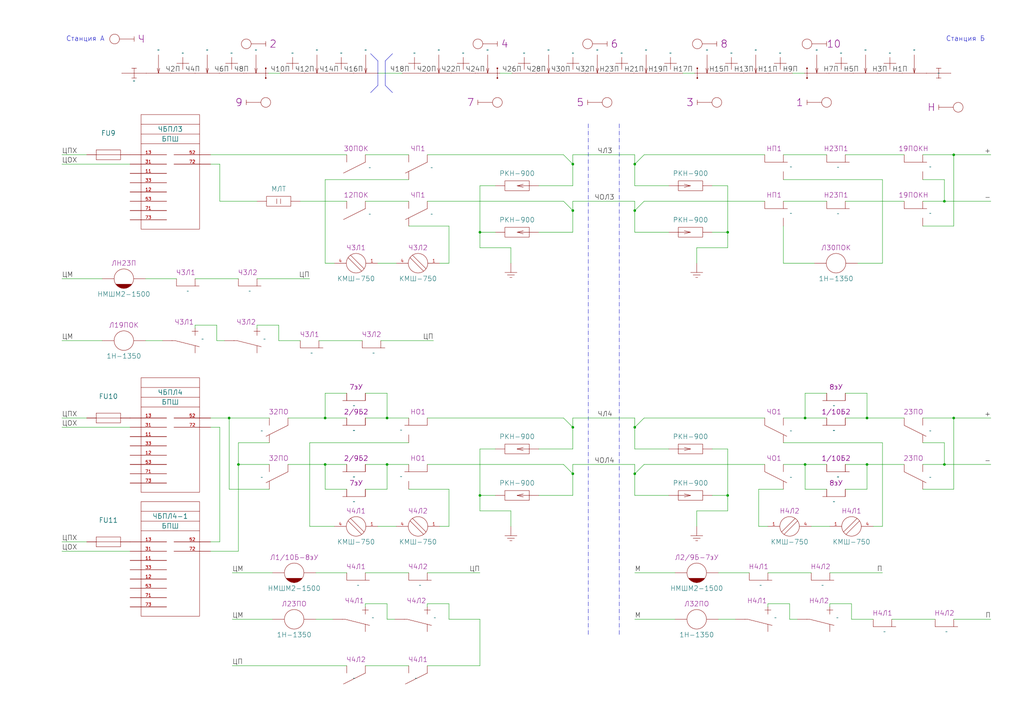
<source format=kicad_sch>
(kicad_sch (version 20231120) (generator "eeschema") (generator_version "8.0")
  (paper "A3")
  (title_block (title "Станция А") (company "МКТ РУТ (МИИТ)") (comment 1 "КП 27.02.03.03.000 ГЧ") (comment 2 "Сафранович") (comment 3 "Бузунова") (comment 9 "Схема линейных цепей"))
  (junction (at 133.35 171.45))
  (junction (at 93.98 171.45))
  (junction (at 260.35 86.36))
  (junction (at 298.45 95.25))
  (junction (at 196.85 95.25))
  (junction (at 196.85 203.2))
  (junction (at 234.95 194.31))
  (junction (at 260.35 175.26))
  (junction (at 355.6 190.5))
  (junction (at 391.16 171.45))
  (junction (at 260.35 67.31))
  (junction (at 133.35 190.5))
  (junction (at 260.35 194.31))
  (junction (at 355.6 171.45))
  (junction (at 234.95 175.26))
  (junction (at 234.95 86.36))
  (junction (at 391.16 63.5))
  (junction (at 330.2 171.45))
  (junction (at 298.45 203.2))
  (junction (at 330.2 190.5))
  (junction (at 97.79 190.5))
  (junction (at 387.35 190.5))
  (junction (at 158.75 190.5))
  (junction (at 234.95 67.31))
  (junction (at 158.75 171.45))
  (junction (at 387.35 82.55))
  (wire (pts (xy 298.45 184.15) (xy 298.45 203.2)))
  (wire (pts (xy 231.14 82.55) (xy 234.95 86.36)))
  (wire (pts (xy 387.35 82.55) (xy 387.35 73.66)))
  (wire (pts (xy 130.81 139.7) (xy 148.59 139.7)))
  (wire (pts (xy 327.025 254) (xy 323.85 254)))
  (wire (pts (xy 93.98 171.45) (xy 93.98 200.66)))
  (wire (pts (xy 149.86 161.29) (xy 158.75 161.29)))
  (wire (pts (xy 349.25 254) (xy 358.14 254)))
  (wire (pts (xy 196.85 184.15) (xy 203.2 184.15)))
  (wire (pts (xy 105.41 114.3) (xy 127 114.3)))
  (wire (pts (xy 323.85 254) (xy 323.85 247.65)))
  (wire (pts (xy 161.925 254) (xy 158.75 254)))
  (wire (pts (xy 370.84 171.45) (xy 355.6 171.45)))
  (wire (pts (xy 339.09 82.55) (xy 321.31 82.55)))
  (wire (pts (xy 340.36 234.95) (xy 361.95 234.95)))
  (wire (pts (xy 133.35 200.66) (xy 133.35 190.5)))
  (wire (pts (xy 158.75 200.66) (xy 158.75 190.5)))
  (wire (pts (xy 264.16 190.5) (xy 260.35 194.31)))
  (wire (pts (xy 59.69 114.3) (xy 72.39 114.3)))
  (wire (pts (xy 311.15 215.9) (xy 314.96 215.9)))
  (polyline (pts (xy 158 35) (xy 161 38)))
  (wire (pts (xy 260.35 194.31) (xy 260.35 203.2)))
  (wire (pts (xy 59.69 139.7) (xy 66.675 139.7)))
  (wire (pts (xy 133.35 171.45) (xy 142.24 171.45)))
  (wire (pts (xy 313.69 82.55) (xy 264.16 82.55)))
  (wire (pts (xy 158.75 190.5) (xy 167.64 190.5)))
  (wire (pts (xy 340.36 247.65) (xy 349.25 247.65)))
  (wire (pts (xy 321.31 107.95) (xy 334.01 107.95)))
  (wire (pts (xy 387.35 190.5) (xy 406.4 190.5)))
  (wire (pts (xy 298.45 203.2) (xy 292.1 203.2)))
  (wire (pts (xy 149.86 82.55) (xy 167.64 82.55)))
  (wire (pts (xy 234.95 67.31) (xy 234.95 63.5)))
  (wire (pts (xy 260.35 190.5) (xy 260.35 194.31)))
  (wire (pts (xy 97.79 190.5) (xy 110.49 190.5)))
  (wire (pts (xy 387.35 181.61) (xy 378.46 181.61)))
  (wire (pts (xy 313.69 190.5) (xy 264.16 190.5)))
  (wire (pts (xy 355.6 161.29) (xy 355.6 171.45)))
  (wire (pts (xy 325 30) (xy 330 30)))
  (wire (pts (xy 339.09 63.5) (xy 321.31 63.5)))
  (wire (pts (xy 80.01 133.35) (xy 80.01 134.62)))
  (wire (pts (xy 387.35 82.55) (xy 378.46 82.55)))
  (wire (pts (xy 196.85 184.15) (xy 196.85 203.2)))
  (wire (pts (xy 298.45 95.25) (xy 292.1 95.25)))
  (wire (pts (xy 184.15 107.95) (xy 180.34 107.95)))
  (wire (pts (xy 175.26 234.95) (xy 196.85 234.95)))
  (wire (pts (xy 355.6 200.66) (xy 355.6 190.5)))
  (wire (pts (xy 231.14 190.5) (xy 234.95 194.31)))
  (wire (pts (xy 391.16 200.66) (xy 378.46 200.66)))
  (wire (pts (xy 133.35 171.45) (xy 133.35 161.29)))
  (wire (pts (xy 294.64 234.95) (xy 307.34 234.95)))
  (wire (pts (xy 86.36 63.5) (xy 142.24 63.5)))
  (wire (pts (xy 196.85 203.2) (xy 196.85 209.55)))
  (wire (pts (xy 158.75 247.65) (xy 149.86 247.65)))
  (wire (pts (xy 260.35 254) (xy 276.86 254)))
  (wire (pts (xy 365.76 254) (xy 383.54 254)))
  (wire (pts (xy 264.16 82.55) (xy 260.35 86.36)))
  (wire (pts (xy 175.26 171.45) (xy 231.14 171.45)))
  (wire (pts (xy 391.16 254) (xy 406.4 254)))
  (wire (pts (xy 95.25 254) (xy 111.76 254)))
  (wire (pts (xy 387.35 73.66) (xy 378.46 73.66)))
  (wire (pts (xy 339.09 200.66) (xy 330.2 200.66)))
  (wire (pts (xy 220.98 95.25) (xy 234.95 95.25)))
  (wire (pts (xy 298.45 76.2) (xy 292.1 76.2)))
  (wire (pts (xy 231.14 63.5) (xy 234.95 67.31)))
  (wire (pts (xy 234.95 67.31) (xy 234.95 76.2)))
  (wire (pts (xy 184.15 215.9) (xy 180.34 215.9)))
  (wire (pts (xy 391.16 171.45) (xy 406.4 171.45)))
  (wire (pts (xy 88.9 139.7) (xy 88.9 133.35)))
  (wire (pts (xy 321.31 92.71) (xy 321.31 107.95)))
  (wire (pts (xy 86.36 171.45) (xy 93.98 171.45)))
  (wire (pts (xy 361.95 215.9) (xy 361.95 181.61)))
  (wire (pts (xy 149.86 63.5) (xy 167.64 63.5)))
  (wire (pts (xy 97.79 190.5) (xy 97.79 181.61)))
  (wire (pts (xy 387.35 190.5) (xy 387.35 181.61)))
  (wire (pts (xy 313.69 63.5) (xy 264.16 63.5)))
  (wire (pts (xy 25.4 171.45) (xy 35.56 171.45)))
  (wire (pts (xy 92.075 139.7) (xy 88.9 139.7)))
  (wire (pts (xy 313.69 171.45) (xy 264.16 171.45)))
  (wire (pts (xy 25.4 67.31) (xy 53.34 67.31)))
  (wire (pts (xy 298.45 101.6) (xy 285.75 101.6)))
  (wire (pts (xy 391.16 63.5) (xy 378.46 63.5)))
  (polyline (pts (xy 241.3 50.8) (xy 241.3 260.35)) (stroke (width 0) (type dash_dot)))
  (wire (pts (xy 391.16 63.5) (xy 406.4 63.5)))
  (wire (pts (xy 231.14 171.45) (xy 234.95 175.26)))
  (wire (pts (xy 156.21 139.7) (xy 177.8 139.7)))
  (wire (pts (xy 196.85 101.6) (xy 209.55 101.6)))
  (wire (pts (xy 274.32 203.2) (xy 260.35 203.2)))
  (wire (pts (xy 260.35 234.95) (xy 276.86 234.95)))
  (wire (pts (xy 90.17 67.31) (xy 90.17 82.55)))
  (wire (pts (xy 162.56 215.9) (xy 154.94 215.9)))
  (wire (pts (xy 346.71 200.66) (xy 355.6 200.66)))
  (wire (pts (xy 370.84 63.5) (xy 346.71 63.5)))
  (wire (pts (xy 234.95 171.45) (xy 260.35 171.45)))
  (wire (pts (xy 25.4 114.3) (xy 41.91 114.3)))
  (wire (pts (xy 361.95 107.95) (xy 361.95 73.66)))
  (wire (pts (xy 95.25 273.05) (xy 142.24 273.05)))
  (wire (pts (xy 285.75 209.55) (xy 285.75 215.9)))
  (polyline (pts (xy 152 38) (xy 155 35)))
  (wire (pts (xy 90.17 82.55) (xy 105.41 82.55)))
  (wire (pts (xy 175.26 63.5) (xy 231.14 63.5)))
  (wire (pts (xy 25.4 175.26) (xy 53.34 175.26)))
  (wire (pts (xy 234.95 86.36) (xy 234.95 95.25)))
  (wire (pts (xy 175.26 273.05) (xy 196.85 273.05)))
  (wire (pts (xy 260.35 67.31) (xy 260.35 76.2)))
  (wire (pts (xy 260.35 82.55) (xy 260.35 86.36)))
  (wire (pts (xy 175.26 190.5) (xy 231.14 190.5)))
  (wire (pts (xy 339.09 190.5) (xy 330.2 190.5)))
  (wire (pts (xy 114.3 139.7) (xy 123.19 139.7)))
  (wire (pts (xy 220.98 184.15) (xy 234.95 184.15)))
  (wire (pts (xy 220.98 76.2) (xy 234.95 76.2)))
  (wire (pts (xy 355.6 190.5) (xy 346.71 190.5)))
  (wire (pts (xy 234.95 86.36) (xy 234.95 82.55)))
  (wire (pts (xy 196.85 76.2) (xy 196.85 95.25)))
  (wire (pts (xy 321.31 200.66) (xy 311.15 200.66)))
  (wire (pts (xy 105.41 134.62) (xy 105.41 133.35)))
  (wire (pts (xy 391.16 171.45) (xy 391.16 200.66)))
  (wire (pts (xy 155 30) (xy 165 30)))
  (polyline (pts (xy 155 25) (xy 155 35)))
  (wire (pts (xy 95.25 234.95) (xy 111.76 234.95)))
  (wire (pts (xy 167.64 92.71) (xy 184.15 92.71)))
  (wire (pts (xy 149.86 273.05) (xy 167.64 273.05)))
  (wire (pts (xy 391.16 171.45) (xy 378.46 171.45)))
  (wire (pts (xy 330.2 171.45) (xy 339.09 171.45)))
  (wire (pts (xy 86.36 226.06) (xy 97.79 226.06)))
  (wire (pts (xy 298.45 76.2) (xy 298.45 95.25)))
  (wire (pts (xy 234.95 194.31) (xy 234.95 190.5)))
  (wire (pts (xy 298.45 184.15) (xy 292.1 184.15)))
  (wire (pts (xy 340.36 248.92) (xy 340.36 247.65)))
  (wire (pts (xy 314.96 234.95) (xy 332.74 234.95)))
  (wire (pts (xy 361.95 181.61) (xy 321.31 181.61)))
  (polyline (pts (xy 161 22) (xy 158 25)))
  (wire (pts (xy 149.86 190.5) (xy 158.75 190.5)))
  (wire (pts (xy 370.84 82.55) (xy 346.71 82.55)))
  (wire (pts (xy 93.98 200.66) (xy 110.49 200.66)))
  (wire (pts (xy 175.26 247.65) (xy 184.15 247.65)))
  (wire (pts (xy 25.4 63.5) (xy 35.56 63.5)))
  (wire (pts (xy 260.35 175.26) (xy 260.35 184.15)))
  (wire (pts (xy 274.32 95.25) (xy 260.35 95.25)))
  (wire (pts (xy 361.95 73.66) (xy 321.31 73.66)))
  (wire (pts (xy 90.17 67.31) (xy 86.36 67.31)))
  (wire (pts (xy 80.01 114.3) (xy 97.79 114.3)))
  (wire (pts (xy 137.16 215.9) (xy 127 215.9)))
  (wire (pts (xy 298.45 209.55) (xy 285.75 209.55)))
  (wire (pts (xy 234.95 175.26) (xy 234.95 184.15)))
  (wire (pts (xy 294.64 254) (xy 301.625 254)))
  (wire (pts (xy 196.85 254) (xy 184.15 254)))
  (wire (pts (xy 25.4 139.7) (xy 41.91 139.7)))
  (wire (pts (xy 358.14 215.9) (xy 361.95 215.9)))
  (wire (pts (xy 274.32 184.15) (xy 260.35 184.15)))
  (wire (pts (xy 234.95 63.5) (xy 260.35 63.5)))
  (wire (pts (xy 175.26 248.92) (xy 175.26 247.65)))
  (wire (pts (xy 330.2 171.45) (xy 330.2 161.29)))
  (wire (pts (xy 133.35 73.66) (xy 167.64 73.66)))
  (wire (pts (xy 142.24 200.66) (xy 133.35 200.66)))
  (wire (pts (xy 330.2 190.5) (xy 321.31 190.5)))
  (wire (pts (xy 175.26 82.55) (xy 231.14 82.55)))
  (wire (pts (xy 387.35 190.5) (xy 378.46 190.5)))
  (wire (pts (xy 351.79 107.95) (xy 361.95 107.95)))
  (wire (pts (xy 370.84 190.5) (xy 355.6 190.5)))
  (wire (pts (xy 88.9 133.35) (xy 80.01 133.35)))
  (wire (pts (xy 118.11 171.45) (xy 133.35 171.45)))
  (wire (pts (xy 234.95 194.31) (xy 234.95 203.2)))
  (wire (pts (xy 90.17 222.25) (xy 86.36 222.25)))
  (wire (pts (xy 196.85 203.2) (xy 203.2 203.2)))
  (wire (pts (xy 196.85 95.25) (xy 196.85 101.6)))
  (wire (pts (xy 264.16 171.45) (xy 260.35 175.26)))
  (wire (pts (xy 93.98 171.45) (xy 110.49 171.45)))
  (wire (pts (xy 184.15 200.66) (xy 184.15 215.9)))
  (wire (pts (xy 346.71 171.45) (xy 355.6 171.45)))
  (wire (pts (xy 346.71 161.29) (xy 355.6 161.29)))
  (wire (pts (xy 196.85 209.55) (xy 209.55 209.55)))
  (wire (pts (xy 234.95 171.45) (xy 234.95 175.26)))
  (wire (pts (xy 97.79 226.06) (xy 97.79 190.5)))
  (wire (pts (xy 90.17 175.26) (xy 90.17 222.25)))
  (wire (pts (xy 127 181.61) (xy 167.64 181.61)))
  (wire (pts (xy 133.35 190.5) (xy 142.24 190.5)))
  (wire (pts (xy 209.55 209.55) (xy 209.55 215.9)))
  (polyline (pts (xy 152 22) (xy 155 25)))
  (wire (pts (xy 330.2 161.29) (xy 339.09 161.29)))
  (wire (pts (xy 149.86 234.95) (xy 167.64 234.95)))
  (wire (pts (xy 330.2 200.66) (xy 330.2 190.5)))
  (wire (pts (xy 391.16 92.71) (xy 378.46 92.71)))
  (wire (pts (xy 196.85 95.25) (xy 203.2 95.25)))
  (wire (pts (xy 90.17 175.26) (xy 86.36 175.26)))
  (wire (pts (xy 25.4 226.06) (xy 53.34 226.06)))
  (wire (pts (xy 184.15 247.65) (xy 184.15 254)))
  (polyline (pts (xy 254 50.8) (xy 254 260.35)) (stroke (width 0) (type dash_dot)))
  (wire (pts (xy 25.4 222.25) (xy 35.56 222.25)))
  (wire (pts (xy 349.25 247.65) (xy 349.25 254)))
  (wire (pts (xy 133.35 107.95) (xy 133.35 73.66)))
  (wire (pts (xy 149.86 247.65) (xy 149.86 248.92)))
  (wire (pts (xy 158.75 171.45) (xy 167.64 171.45)))
  (wire (pts (xy 323.85 247.65) (xy 314.96 247.65)))
  (wire (pts (xy 260.35 171.45) (xy 260.35 175.26)))
  (wire (pts (xy 137.16 107.95) (xy 133.35 107.95)))
  (wire (pts (xy 127 215.9) (xy 127 181.61)))
  (wire (pts (xy 285.75 101.6) (xy 285.75 107.95)))
  (wire (pts (xy 158.75 254) (xy 158.75 247.65)))
  (wire (pts (xy 387.35 82.55) (xy 406.4 82.55)))
  (wire (pts (xy 260.35 63.5) (xy 260.35 67.31)))
  (wire (pts (xy 167.64 200.66) (xy 184.15 200.66)))
  (wire (pts (xy 114.3 133.35) (xy 114.3 139.7)))
  (wire (pts (xy 220.98 203.2) (xy 234.95 203.2)))
  (wire (pts (xy 196.85 76.2) (xy 203.2 76.2)))
  (wire (pts (xy 209.55 101.6) (xy 209.55 107.95)))
  (wire (pts (xy 105.41 133.35) (xy 114.3 133.35)))
  (wire (pts (xy 264.16 63.5) (xy 260.35 67.31)))
  (wire (pts (xy 280 30) (xy 285 30)))
  (wire (pts (xy 332.74 215.9) (xy 340.36 215.9)))
  (wire (pts (xy 205 30) (xy 210 30)))
  (wire (pts (xy 118.11 190.5) (xy 133.35 190.5)))
  (wire (pts (xy 129.54 234.95) (xy 142.24 234.95)))
  (wire (pts (xy 298.45 95.25) (xy 298.45 101.6)))
  (wire (pts (xy 149.86 171.45) (xy 158.75 171.45)))
  (wire (pts (xy 298.45 203.2) (xy 298.45 209.55)))
  (wire (pts (xy 234.95 190.5) (xy 260.35 190.5)))
  (wire (pts (xy 274.32 76.2) (xy 260.35 76.2)))
  (wire (pts (xy 196.85 273.05) (xy 196.85 254)))
  (wire (pts (xy 330.2 171.45) (xy 321.31 171.45)))
  (wire (pts (xy 184.15 92.71) (xy 184.15 107.95)))
  (wire (pts (xy 129.54 254) (xy 136.525 254)))
  (wire (pts (xy 162.56 107.95) (xy 154.94 107.95)))
  (wire (pts (xy 123.19 82.55) (xy 142.24 82.55)))
  (wire (pts (xy 311.15 200.66) (xy 311.15 215.9)))
  (wire (pts (xy 260.35 86.36) (xy 260.35 95.25)))
  (wire (pts (xy 234.95 82.55) (xy 260.35 82.55)))
  (wire (pts (xy 97.79 181.61) (xy 110.49 181.61)))
  (wire (pts (xy 133.35 161.29) (xy 142.24 161.29)))
  (polyline (pts (xy 158 25) (xy 158 35)))
  (wire (pts (xy 391.16 63.5) (xy 391.16 92.71)))
  (wire (pts (xy 149.86 200.66) (xy 158.75 200.66)))
  (wire (pts (xy 110 30) (xy 115 30)))
  (wire (pts (xy 158.75 161.29) (xy 158.75 171.45)))
  (wire (pts (xy 314.96 247.65) (xy 314.96 248.92)))
  (text "Станция А" (at 35 16 0) (effects (font (size 2 2))))
  (text "Станция Б" (at 396 16 0) (effects (font (size 2 2))))
  (label "Ч4П" (at 76 30 0) (effects (font (size 2 2))) (property "Netclass" "Рельсы" (effects (hide yes))))
  (label "Ч6П" (at 94 30 180) (effects (font (size 2 2))) (property "Netclass" "Рельсы" (effects (hide yes))))
  (label "М" (at 260.35 234.95 0) (effects (font (size 2 2))) (property "Netclass" "Цепь" (effects (hide yes))))
  (label "П" (at 406.4 254 180) (effects (font (size 2 2))) (property "Netclass" "Цепь" (effects (hide yes))))
  (label "Ч18П" (at 168 30 180) (effects (font (size 2 2))) (property "Netclass" "Рельсы" (effects (hide yes))))
  (label "Ч32П" (at 236 30 0) (effects (font (size 2 2))) (property "Netclass" "Рельсы" (effects (hide yes))))
  (label "ЧОЛ4" (at 243.84 190.5 0) (effects (font (size 2 2))) (property "Netclass" "Цепь" (effects (hide yes))))
  (label "ЦПХ" (at 25.4 63.5 0) (effects (font (size 2 2))) (property "Netclass" "Цепь" (effects (hide yes))))
  (label "Ч24П" (at 191 30 0) (effects (font (size 2 2))) (property "Netclass" "Рельсы" (effects (hide yes))))
  (label "-" (at 406.4 190.5 180) (effects (font (size 2 2))) (property "Netclass" "Цепь" (effects (hide yes))))
  (label "ЦОХ" (at 25.4 226.06 0) (effects (font (size 2 2))) (property "Netclass" "Цепь" (effects (hide yes))))
  (label "Ч14П" (at 139 30 180) (effects (font (size 2 2))) (property "Netclass" "Рельсы" (effects (hide yes))))
  (label "Ч16П" (at 141 30 0) (effects (font (size 2 2))) (property "Netclass" "Рельсы" (effects (hide yes))))
  (label "Ч8П" (at 96 30 0) (effects (font (size 2 2))) (property "Netclass" "Рельсы" (effects (hide yes))))
  (label "ЦП" (at 196.85 234.95 180) (effects (font (size 2 2))) (property "Netclass" "Цепь" (effects (hide yes))))
  (label "ЦП" (at 177.8 139.7 180) (effects (font (size 2 2))) (property "Netclass" "Цепь" (effects (hide yes))))
  (label "Ч26П" (at 214 30 180) (effects (font (size 2 2))) (property "Netclass" "Рельсы" (effects (hide yes))))
  (label "ЦПХ" (at 25.4 222.25 0) (effects (font (size 2 2))) (property "Netclass" "Цепь" (effects (hide yes))))
  (label "Ч20П" (at 171 30 0) (effects (font (size 2 2))) (property "Netclass" "Рельсы" (effects (hide yes))))
  (label "ЦП" (at 127 114.3 180) (effects (font (size 2 2))) (property "Netclass" "Цепь" (effects (hide yes))))
  (label "Н9П" (at 321 30 0) (effects (font (size 2 2))) (property "Netclass" "Рельсы" (effects (hide yes))))
  (label "ЧЛ3" (at 245.11 63.5 0) (effects (font (size 2 2))) (property "Netclass" "Цепь" (effects (hide yes))))
  (label "+" (at 406.4 63.5 180) (effects (font (size 2 2))) (property "Netclass" "Цепь" (effects (hide yes))))
  (label "Ч30П" (at 234 30 180) (effects (font (size 2 2))) (property "Netclass" "Рельсы" (effects (hide yes))))
  (label "ЦМ" (at 25.4 139.7 0) (effects (font (size 2 2))) (property "Netclass" "Цепь" (effects (hide yes))))
  (label "Н19П" (at 274 30 180) (effects (font (size 2 2))) (property "Netclass" "Рельсы" (effects (hide yes))))
  (label "ЧОЛ3" (at 243.84 82.55 0) (effects (font (size 2 2))) (property "Netclass" "Цепь" (effects (hide yes))))
  (label "Н7П" (at 344 30 180) (effects (font (size 2 2))) (property "Netclass" "Рельсы" (effects (hide yes))))
  (label "Ч22П" (at 189 30 180) (effects (font (size 2 2))) (property "Netclass" "Рельсы" (effects (hide yes))))
  (label "ЦМ" (at 25.4 114.3 0) (effects (font (size 2 2))) (property "Netclass" "Цепь" (effects (hide yes))))
  (label "Ч28П" (at 216 30 0) (effects (font (size 2 2))) (property "Netclass" "Рельсы" (effects (hide yes))))
  (label "ЦМ" (at 95.25 254 0) (effects (font (size 2 2))) (property "Netclass" "Цепь" (effects (hide yes))))
  (label "ЦОХ" (at 25.4 175.26 0) (effects (font (size 2 2))) (property "Netclass" "Цепь" (effects (hide yes))))
  (label "ЦП" (at 95.25 273.05 0) (effects (font (size 2 2))) (property "Netclass" "Цепь" (effects (hide yes))))
  (label "Н13П" (at 301 30 0) (effects (font (size 2 2))) (property "Netclass" "Рельсы" (effects (hide yes))))
  (label "Н1П" (at 366 30 0) (effects (font (size 2 2))) (property "Netclass" "Рельсы" (effects (hide yes))))
  (label "+" (at 406.4 171.45 180) (effects (font (size 2 2))) (property "Netclass" "Цепь" (effects (hide yes))))
  (label "ЧЛ4" (at 245.11 171.45 0) (effects (font (size 2 2))) (property "Netclass" "Цепь" (effects (hide yes))))
  (label "Н21П" (at 256 30 0) (effects (font (size 2 2))) (property "Netclass" "Рельсы" (effects (hide yes))))
  (label "Н23П" (at 254 30 180) (effects (font (size 2 2))) (property "Netclass" "Рельсы" (effects (hide yes))))
  (label "П" (at 361.95 234.95 180) (effects (font (size 2 2))) (property "Netclass" "Цепь" (effects (hide yes))))
  (label "-" (at 406.4 82.55 180) (effects (font (size 2 2))) (property "Netclass" "Цепь" (effects (hide yes))))
  (label "Н17П" (at 276 30 0) (effects (font (size 2 2))) (property "Netclass" "Рельсы" (effects (hide yes))))
  (label "ЦМ" (at 95.25 234.95 0) (effects (font (size 2 2))) (property "Netclass" "Цепь" (effects (hide yes))))
  (label "Н3П" (at 364 30 180) (effects (font (size 2 2))) (property "Netclass" "Рельсы" (effects (hide yes))))
  (label "Ч12П" (at 121 30 0) (effects (font (size 2 2))) (property "Netclass" "Рельсы" (effects (hide yes))))
  (label "М" (at 260.35 254 0) (effects (font (size 2 2))) (property "Netclass" "Цепь" (effects (hide yes))))
  (label "Н11П" (at 319 30 180) (effects (font (size 2 2))) (property "Netclass" "Рельсы" (effects (hide yes))))
  (label "Ч10П" (at 119 30 180) (effects (font (size 2 2))) (property "Netclass" "Рельсы" (effects (hide yes))))
  (label "Н5П" (at 346 30 0) (effects (font (size 2 2))) (property "Netclass" "Рельсы" (effects (hide yes))))
  (label "Ч2П" (at 74 30 180) (effects (font (size 2 2))) (property "Netclass" "Рельсы" (effects (hide yes))))
  (label "ЦПХ" (at 25.4 171.45 0) (effects (font (size 2 2))) (property "Netclass" "Цепь" (effects (hide yes))))
  (label "ЦОХ" (at 25.4 67.31 0) (effects (font (size 2 2))) (property "Netclass" "Цепь" (effects (hide yes))))
  (label "Н15П" (at 299 30 180) (effects (font (size 2 2))) (property "Netclass" "Рельсы" (effects (hide yes))))
  (symbol (lib_id "SCB:УКСПС") (at 331 30 0) (unit 1)
    (property "Reference" "УКСПС1311" (effects (hide yes)))
    (property "Литера" "?УКСПС" (effects (hide yes)))
  )
  (symbol (lib_id "SCB:Светофор") (at 204 30 0) (unit 1)
    (property "Reference" "Светофор11211" (effects (hide yes)))
    (property "Литера" "4" (at 207 18 0) (effects (font (size 3 3))))
  )
  (symbol (lib_id "SCB:Генератор_Нитки") (at 130 30 180) (unit 1)
    (property "Reference" "Генератор1111111111" (effects (hide yes)))
    (property "Value" "~" (at 130 20.48 0))
  )
  (symbol (lib_id "SCB_Relay:Контакт_нейтрального_якоря_НЗ") (at 146.05 200.66 0) (mirror y) (unit 3)
    (property "Reference" "Н111211" (effects (hide yes)))
    (property "Value" "~" (at 145.205 205.74 0))
    (property "Обозначение реле" "7зУ" (at 146.05 198.12 0) (effects (font (size 2 2))))
  )
  (symbol (lib_id "Blocks:БПШ") (at 69.85 222.25 0) (unit 1)
    (property "Reference" "ЧБПЛ4-1" (at 69.85 211.73 0) (effects (font (size 2 2))))
    (property "Value" "БПШ" (at 69.85 215.73 0) (effects (font (size 2 2))))
  )
  (symbol (lib_id "SCB_Relay:Контакт_нейтрального_якоря") (at 317.5 171.45 0) (unit 1)
    (property "Reference" "Н1411" (effects (hide yes)))
    (property "Value" "~" (at 323.85 176.7 0) (effects (justify left)))
    (property "Обозначение реле" "ЧО1" (at 317.5 168.91 0) (effects (font (size 2 2))))
  )
  (symbol (lib_id "SCB_Relay:Контакт_нейтрального_якоря") (at 374.65 190.5 0) (unit 1)
    (property "Reference" "Н141111" (effects (hide yes)))
    (property "Value" "~" (at 381 195.75 0) (effects (justify left)))
    (property "Обозначение реле" "23ПО" (at 374.65 187.96 0) (effects (font (size 2 2))))
  )
  (symbol (lib_id "SCB_Relay:Контакт_нейтрального_якоря") (at 114.3 171.45 0) (mirror y) (unit 1)
    (property "Reference" "Н14111" (effects (hide yes)))
    (property "Value" "~" (at 107.95 176.7 0) (effects (justify left)))
    (property "Обозначение реле" "32ПО" (at 114.3 168.91 0) (effects (font (size 2 2))))
  )
  (symbol (lib_id "SCB_Relay:Разрядник") (at 212.09 203.2 0) (unit 1)
    (property "Reference" "FU23" (effects (hide yes)))
    (property "Value" "РКН-900" (at 212.09 198.12 0) (effects (font (size 2.0066 2.0066))))
  )
  (symbol (lib_id "SCB:Светофор") (at 294 30 0) (unit 1)
    (property "Reference" "Светофор112111" (effects (hide yes)))
    (property "Литера" "8" (at 297 18 0) (effects (font (size 3 3))))
  )
  (symbol (lib_id "SCB:Приемник_Нитки") (at 235 30 180) (unit 1)
    (property "Reference" "Приемник11111411" (effects (hide yes)))
    (property "Value" "~" (at 235 21.75 0))
  )
  (symbol (lib_id "SCB_Relay:Контакт_нейтрального_якоря_НЗ") (at 374.65 82.55 0) (unit 1)
    (property "Reference" "Н1117" (effects (hide yes)))
    (property "Value" "~" (at 381 87.48 0) (effects (justify left)))
    (property "Обозначение реле" "19ПОКН" (at 374.65 80.01 0) (effects (font (size 2 2))))
  )
  (symbol (lib_id "SCB:Приемник_Нитки") (at 170 30 180) (unit 1)
    (property "Reference" "Приемник11111211" (effects (hide yes)))
    (property "Value" "~" (at 170 21.75 0))
  )
  (symbol (lib_id "Blocks:БПШ") (at 69.85 63.5 0) (unit 1)
    (property "Reference" "ЧБПЛ3" (at 69.85 52.98 0) (effects (font (size 2 2))))
    (property "Value" "БПШ" (at 69.85 56.98 0) (effects (font (size 2 2))))
  )
  (symbol (lib_id "SCB_Relay:Контакт_нейтрального_якоря_НЗ") (at 146.05 171.45 0) (mirror y) (unit 3)
    (property "Reference" "Н1112" (effects (hide yes)))
    (property "Value" "~" (at 145.205 176.53 0))
    (property "Обозначение реле" "2/9Б2" (at 146.05 168.91 0) (effects (font (size 2 2))))
  )
  (symbol (lib_id "SCB:Генератор_Нитки") (at 335 30 180) (unit 1)
    (property "Reference" "Генератор111111811" (effects (hide yes)))
    (property "Value" "~" (at 335 20.48 0))
  )
  (symbol (lib_id "Device_GOST:R_2W") (at 114.3 82.55 0) (unit 1)
    (property "Reference" "R11" (effects (hide yes)))
    (property "Value" "МЛТ" (at 114.3 77.47 0) (effects (font (size 2.0066 2.0066))))
  )
  (symbol (lib_id "SCB:Приемник_Нитки") (at 140 30 180) (unit 1)
    (property "Reference" "Приемник111111111" (effects (hide yes)))
    (property "Value" "~" (at 140 21.75 0))
  )
  (symbol (lib_id "SCB:Светофор") (at 331 30 180) (unit 1)
    (property "Reference" "Светофор12111" (effects (hide yes)))
    (property "Литера" "1" (at 328 42 0) (effects (font (size 3 3))))
  )
  (symbol (lib_id "SCB_Relay:Комбинированное") (at 171.45 215.9 0) (mirror y) (unit 1)
    (property "Reference" "К1111" (effects (hide yes)))
    (property "Value" "КМШ-750" (at 171.45 222.25 0) (effects (font (size 2 2))))
    (property "Обозначение реле" "Ч4Л2" (at 171.45 209.55 0) (effects (font (size 2 2))))
  )
  (symbol (lib_id "SCB_Relay:Контакт_нейтрального_якоря_НЗ") (at 101.6 114.3 0) (unit 3)
    (property "Reference" "Н114" (effects (hide yes)))
    (property "Value" "~" (at 102.445 119.38 0))
    (property "Обозначение реле" "Ч3Л2" (at 101.6 111.76 0) (effects (font (size 2 2))))
  )
  (symbol (lib_id "SCB_Relay:Разрядник") (at 283.21 203.2 0) (mirror y) (unit 1)
    (property "Reference" "FU27" (effects (hide yes)))
    (property "Value" "РКН-900" (at 283.21 198.12 0) (effects (font (size 2.0066 2.0066))))
  )
  (symbol (lib_id "SCB:Генератор_Нитки") (at 245 30 180) (unit 1)
    (property "Reference" "Генератор111111411" (effects (hide yes)))
    (property "Value" "~" (at 245 20.48 0))
  )
  (symbol (lib_id "SCB_Relay:Нейтральное") (at 285.75 254 0) (unit 1)
    (property "Reference" "Н12111" (effects (hide yes)))
    (property "Value" "1Н-1350" (at 285.75 260.35 0) (effects (font (size 2 2))))
    (property "Обозначение реле" "Л32ПО" (at 285.75 247.65 0) (effects (font (size 2 2))))
  )
  (symbol (lib_name "Контакт_нейтрального_якоря_1") (lib_id "SCB_Relay:Контакт_нейтрального_якоря") (at 146.05 82.55 0) (mirror y) (unit 3)
    (property "Reference" "Н11" (effects (hide yes)))
    (property "Value" "~" (at 151.13 87.8 0) (effects (justify right)))
    (property "Обозначение реле" "12ПОК" (at 146.05 80.01 0) (effects (font (size 2 2))))
  )
  (symbol (lib_id "SCB_Relay:Контакт_нейтрального_якоря") (at 317.5 190.5 0) (unit 1)
    (property "Reference" "Н12211" (effects (hide yes)))
    (property "Value" "~" (at 323.85 195.75 0) (effects (justify left)))
    (property "Обозначение реле" "ЧО1" (at 317.5 187.96 0) (effects (font (size 2 2))))
  )
  (symbol (lib_id "SCB_Relay:Контакт_нейтрального_якоря_НЗ") (at 127 139.7 0) (unit 3)
    (property "Reference" "Н111151" (effects (hide yes)))
    (property "Value" "~" (at 127.845 144.78 0))
    (property "Обозначение реле" "Ч3Л1" (at 127 137.16 0) (effects (font (size 2 2))))
  )
  (symbol (lib_id "Device_GOST:FU_FUSE") (at 44.45 222.25 0) (unit 1)
    (property "Reference" "FU11" (at 44.45 213.36 0) (effects (font (size 2.0066 2.0066))))
    (property "Value" "FU_FUSE" (effects (hide yes)))
  )
  (symbol (lib_id "SCB_Relay:Нейтральное") (at 342.9 107.95 0) (unit 1)
    (property "Reference" "Н1211111" (effects (hide yes)))
    (property "Value" "1Н-1350" (at 342.9 114.3 0) (effects (font (size 2 2))))
    (property "Обозначение реле" "Л30ПОК" (at 342.9 101.6 0) (effects (font (size 2 2))))
  )
  (symbol (lib_id "SCB:Приемник_Нитки") (at 95 30 180) (unit 1)
    (property "Reference" "Приемник111211" (effects (hide yes)))
    (property "Value" "~" (at 95 21.75 0))
  )
  (symbol (lib_id "SCB_Relay:Контакт_нейтрального_якоря") (at 171.45 63.5 0) (mirror y) (unit 1)
    (property "Reference" "Н14" (effects (hide yes)))
    (property "Value" "~" (at 176.53 68.75 0) (effects (justify right)))
    (property "Обозначение реле" "ЧП1" (at 171.45 60.96 0) (effects (font (size 2 2))))
  )
  (symbol (lib_id "SCB:Генератор_Нитки") (at 65 30 180) (unit 1)
    (property "Reference" "Генератор111111" (effects (hide yes)))
    (property "Value" "~" (at 65 20.48 0))
  )
  (symbol (lib_id "SCB:Светофор") (at 286 30 180) (unit 1)
    (property "Reference" "Светофор111311" (effects (hide yes)))
    (property "Литера" "3" (at 283 42 0) (effects (font (size 3 3))))
  )
  (symbol (lib_id "SCB_Relay:Контакт_поляризованного_якоря_П") (at 71.755 139.7 0) (unit 1)
    (property "Reference" "П1111" (effects (hide yes)))
    (property "Value" "~" (at 82.55 139.045 0) (effects (justify left)))
    (property "Обозначение реле" "Ч3Л1" (at 75.565 132.08 0) (effects (font (size 2 2))))
  )
  (symbol (lib_name "Комбинированное_1") (lib_id "SCB_Relay:Комбинированное") (at 146.05 107.95 0) (mirror y) (unit 1)
    (property "Reference" "К11" (effects (hide yes)))
    (property "Value" "КМШ-750" (at 146.05 114.3 0) (effects (font (size 2 2))))
    (property "Обозначение реле" "Ч3Л1" (at 146.05 101.6 0) (effects (font (size 2 2))))
  )
  (symbol (lib_id "SCB_Relay:Контакт_нейтрального_якоря_НЗ") (at 342.9 200.66 0) (mirror y) (unit 3)
    (property "Reference" "Н1112111" (effects (hide yes)))
    (property "Value" "~" (at 342.055 205.74 0))
    (property "Обозначение реле" "8зУ" (at 342.9 198.12 0) (effects (font (size 2 2))))
  )
  (symbol (lib_id "SCB_Relay:Контакт_нейтрального_якоря_НЗ") (at 342.9 63.5 0) (unit 3)
    (property "Reference" "Н1117" (effects (hide yes)))
    (property "Value" "~" (at 343.745 68.58 0))
    (property "Обозначение реле" "Н23П1" (at 342.9 60.96 0) (effects (font (size 2 2))))
  )
  (symbol (lib_id "SCB:Светофор") (at 339 30 0) (unit 1)
    (property "Reference" "Светофор13111" (effects (hide yes)))
    (property "Литера" "10" (at 342 18 0) (effects (font (size 3 3))))
  )
  (symbol (lib_id "SCB_Relay:Контакт_поляризованного_якоря_П") (at 306.705 254 0) (unit 1)
    (property "Reference" "П111" (effects (hide yes)))
    (property "Value" "~" (at 317.5 253.345 0) (effects (justify left)))
    (property "Обозначение реле" "Н4Л1" (at 310.515 246.38 0) (effects (font (size 2 2))))
  )
  (symbol (lib_name "Контакт_нейтрального_якоря_2") (lib_id "SCB_Relay:Контакт_нейтрального_якоря") (at 146.05 273.05 0) (mirror y) (unit 3)
    (property "Reference" "Н11211" (effects (hide yes)))
    (property "Value" "~" (at 145.205 278.13 0))
    (property "Обозначение реле" "Ч4Л2" (at 146.05 270.51 0) (effects (font (size 2 2))))
  )
  (symbol (lib_id "SCB:Приемник_Нитки") (at 215 30 180) (unit 1)
    (property "Reference" "Приемник11111311" (effects (hide yes)))
    (property "Value" "~" (at 215 21.75 0))
  )
  (symbol (lib_id "SCB_Relay:Контакт_нейтрального_якоря_НЗ") (at 342.9 190.5 0) (unit 3)
    (property "Reference" "Н111111" (effects (hide yes)))
    (property "Value" "~" (at 343.745 195.58 0))
    (property "Обозначение реле" "1/10Б2" (at 342.9 187.96 0) (effects (font (size 2 2))))
  )
  (symbol (lib_id "SCB_Relay:Контакт_нейтрального_якоря_НЗ") (at 317.5 63.5 0) (unit 1)
    (property "Reference" "Н123" (effects (hide yes)))
    (property "Value" "~" (at 323.85 68.43 0) (effects (justify left)))
    (property "Обозначение реле" "НП1" (at 317.5 60.96 0) (effects (font (size 2 2))))
  )
  (symbol (lib_id "SCB_Relay:Разрядник") (at 212.09 95.25 0) (unit 1)
    (property "Reference" "FU21" (effects (hide yes)))
    (property "Value" "РКН-900" (at 212.09 90.17 0) (effects (font (size 2.0066 2.0066))))
  )
  (symbol (lib_id "SCB:УКСПС") (at 109 30 0) (unit 1)
    (property "Reference" "УКСПС1111" (effects (hide yes)))
    (property "Литера" "?УКСПС" (effects (hide yes)))
  )
  (symbol (lib_id "SCB_Relay:Контакт_поляризованного_якоря_П") (at 97.155 139.7 0) (unit 1)
    (property "Reference" "П11111" (effects (hide yes)))
    (property "Value" "~" (at 107.95 139.045 0) (effects (justify left)))
    (property "Обозначение реле" "Ч3Л2" (at 100.965 132.08 0) (effects (font (size 2 2))))
  )
  (symbol (lib_id "SCB_Relay:Разрядник") (at 283.21 184.15 0) (mirror y) (unit 1)
    (property "Reference" "FU26" (effects (hide yes)))
    (property "Value" "РКН-900" (at 283.21 179.07 0) (effects (font (size 2.0066 2.0066))))
  )
  (symbol (lib_id "SCB_Relay:Разрядник") (at 283.21 95.25 0) (mirror y) (unit 1)
    (property "Reference" "FU25" (effects (hide yes)))
    (property "Value" "РКН-900" (at 283.21 90.17 0) (effects (font (size 2.0066 2.0066))))
  )
  (symbol (lib_id "SCB:Изостык") (at 55 30 0) (unit 2)
    (property "Reference" "И1111" (effects (hide yes)))
    (property "Value" "~" (at 55 33.18 0))
  )
  (symbol (lib_id "SCB_Relay:Контакт_нейтрального_якоря_НЗ") (at 171.45 234.95 0) (unit 3)
    (property "Reference" "Н1121" (effects (hide yes)))
    (property "Value" "~" (at 172.295 240.03 0))
    (property "Обозначение реле" "Ч4Л2" (at 171.45 232.41 0) (effects (font (size 2 2))))
  )
  (symbol (lib_id "SCB_Relay:Нейтральное") (at 120.65 254 0) (unit 1)
    (property "Reference" "Н1211" (effects (hide yes)))
    (property "Value" "1Н-1350" (at 120.65 260.35 0) (effects (font (size 2 2))))
    (property "Обозначение реле" "Л23ПО" (at 120.65 247.65 0) (effects (font (size 2 2))))
  )
  (symbol (lib_id "Blocks:БПШ") (at 69.85 171.45 0) (unit 1)
    (property "Reference" "ЧБПЛ4" (at 69.85 160.93 0) (effects (font (size 2 2))))
    (property "Value" "БПШ" (at 69.85 164.93 0) (effects (font (size 2 2))))
  )
  (symbol (lib_id "SCB_Relay:Контакт_нейтрального_якоря_НЗ") (at 171.45 171.45 0) (mirror y) (unit 1)
    (property "Reference" "Н1231" (effects (hide yes)))
    (property "Value" "~" (at 165.1 176.38 0) (effects (justify left)))
    (property "Обозначение реле" "НО1" (at 171.45 168.91 0) (effects (font (size 2 2))))
  )
  (symbol (lib_id "SCB:Светофор") (at 109 30 0) (unit 1)
    (property "Reference" "Светофор1311" (effects (hide yes)))
    (property "Литера" "2" (at 112 18 0) (effects (font (size 3 3))))
  )
  (symbol (lib_id "SCB_Relay:Разрядник") (at 212.09 76.2 0) (unit 1)
    (property "Reference" "FU20" (effects (hide yes)))
    (property "Value" "РКН-900" (at 212.09 71.12 0) (effects (font (size 2.0066 2.0066))))
  )
  (symbol (lib_id "SCB:Светофор") (at 241 30 180) (unit 1)
    (property "Reference" "Светофор111111" (effects (hide yes)))
    (property "Литера" "5" (at 238 42 0) (effects (font (size 3 3))))
  )
  (symbol (lib_id "SCB:Приемник_Нитки") (at 300 30 180) (unit 1)
    (property "Reference" "Приемник11111711" (effects (hide yes)))
    (property "Value" "~" (at 300 21.75 0))
  )
  (symbol (lib_id "power_GOST:Earth") (at 285.75 215.9 0) (mirror y) (unit 1)
    (property "Reference" "#PWR011" (effects (hide yes)))
    (property "Value" "Earth" (effects (hide yes)))
  )
  (symbol (lib_id "SCB:Светофор") (at 101 30 180) (unit 1)
    (property "Reference" "Светофор1211" (effects (hide yes)))
    (property "Литера" "9" (at 98 42 0) (effects (font (size 3 3))))
  )
  (symbol (lib_id "SCB:Генератор_Нитки") (at 225 30 180) (unit 1)
    (property "Reference" "Генератор111111311" (effects (hide yes)))
    (property "Value" "~" (at 225 20.48 0))
  )
  (symbol (lib_id "SCB_Relay:Контакт_нейтрального_якоря_НЗ") (at 387.35 254 0) (unit 3)
    (property "Reference" "Н112111" (effects (hide yes)))
    (property "Value" "~" (at 388.195 259.08 0))
    (property "Обозначение реле" "Н4Л2" (at 387.35 251.46 0) (effects (font (size 2 2))))
  )
  (symbol (lib_name "Комбинированное_1") (lib_id "SCB_Relay:Комбинированное") (at 146.05 215.9 0) (mirror y) (unit 1)
    (property "Reference" "К111" (effects (hide yes)))
    (property "Value" "КМШ-750" (at 146.05 222.25 0) (effects (font (size 2 2))))
    (property "Обозначение реле" "Ч4Л1" (at 146.05 209.55 0) (effects (font (size 2 2))))
  )
  (symbol (lib_id "SCB_Relay:Комбинированное") (at 323.85 215.9 0) (unit 1)
    (property "Reference" "К11111" (effects (hide yes)))
    (property "Value" "КМШ-750" (at 323.85 222.25 0) (effects (font (size 2 2))))
    (property "Обозначение реле" "Н4Л2" (at 323.85 209.55 0) (effects (font (size 2 2))))
  )
  (symbol (lib_id "SCB_Relay:Нейтральное") (at 50.8 139.7 0) (unit 1)
    (property "Reference" "Н121111" (effects (hide yes)))
    (property "Value" "1Н-1350" (at 50.8 146.05 0) (effects (font (size 2 2))))
    (property "Обозначение реле" "Л19ПОК" (at 50.8 133.35 0) (effects (font (size 2 2))))
  )
  (symbol (lib_id "Device_GOST:FU_FUSE") (at 44.45 63.5 0) (unit 1)
    (property "Reference" "FU9" (at 44.45 54.61 0) (effects (font (size 2.0066 2.0066))))
    (property "Value" "FU_FUSE" (effects (hide yes)))
  )
  (symbol (lib_id "SCB:Генератор_Нитки") (at 150 30 180) (unit 1)
    (property "Reference" "Генератор111111111" (effects (hide yes)))
    (property "Value" "~" (at 150 20.48 0))
  )
  (symbol (lib_id "SCB:Приемник_Нитки") (at 320 30 180) (unit 1)
    (property "Reference" "Приемник11111811" (effects (hide yes)))
    (property "Value" "~" (at 320 21.75 0))
  )
  (symbol (lib_id "SCB:Светофор") (at 385 32 180) (unit 1)
    (property "Reference" "Светофор11311" (effects (hide yes)))
    (property "Литера" "Н" (at 382 44 0) (effects (font (size 3 3))))
  )
  (symbol (lib_id "SCB:УКСПС") (at 204 30 0) (unit 1)
    (property "Reference" "УКСПС1121" (effects (hide yes)))
    (property "Литера" "?УКСПС" (effects (hide yes)))
  )
  (symbol (lib_id "SCB_Relay:Контакт_поляризованного_якоря_П") (at 167.005 254 0) (unit 1)
    (property "Reference" "П111" (effects (hide yes)))
    (property "Value" "~" (at 177.8 253.345 0) (effects (justify left)))
    (property "Обозначение реле" "Ч4Л2" (at 170.815 246.38 0) (effects (font (size 2 2))))
  )
  (symbol (lib_name "Контакт_нейтрального_якоря_3") (lib_id "SCB_Relay:Контакт_нейтрального_якоря") (at 171.45 273.05 0) (mirror y) (unit 3)
    (property "Reference" "Н1113" (effects (hide yes)))
    (property "Value" "~" (at 170.605 278.13 0))
    (property "Обозначение реле" "Ч4Л1" (at 171.45 270.51 0) (effects (font (size 2 2))))
  )
  (symbol (lib_id "SCB_Relay:Контакт_нейтрального_якоря_НЗ") (at 342.9 82.55 0) (unit 3)
    (property "Reference" "Н11113" (effects (hide yes)))
    (property "Value" "~" (at 343.745 87.63 0))
    (property "Обозначение реле" "Н23П1" (at 342.9 80.01 0) (effects (font (size 2 2))))
  )
  (symbol (lib_id "power_GOST:Earth") (at 285.75 107.95 0) (mirror y) (unit 1)
    (property "Reference" "#PWR010" (effects (hide yes)))
    (property "Value" "Earth" (effects (hide yes)))
  )
  (symbol (lib_id "SCB:Генератор_Нитки") (at 85 30 180) (unit 1)
    (property "Reference" "Генератор11111111" (effects (hide yes)))
    (property "Value" "~" (at 85 20.48 0))
  )
  (symbol (lib_id "SCB:Генератор_Нитки") (at 200 30 180) (unit 1)
    (property "Reference" "Генератор111111211" (effects (hide yes)))
    (property "Value" "~" (at 200 20.48 0))
  )
  (symbol (lib_id "SCB:Генератор_Нитки") (at 355 30 180) (unit 1)
    (property "Reference" "Генератор111111911" (effects (hide yes)))
    (property "Value" "~" (at 355 20.48 0))
  )
  (symbol (lib_id "SCB_Relay:Нейтральное_с_замедлением_на_отпуск") (at 285.75 234.95 0) (unit 1)
    (property "Reference" "Н13111" (effects (hide yes)))
    (property "Value" "НМШМ2-1500" (at 285.75 241.3 0) (effects (font (size 2 2))))
    (property "Обозначение реле" "Л2/9Б-7зУ" (at 285.75 228.6 0) (effects (font (size 2 2))))
  )
  (symbol (lib_id "SCB_Relay:Контакт_нейтрального_якоря") (at 374.65 171.45 0) (unit 1)
    (property "Reference" "Н14111" (effects (hide yes)))
    (property "Value" "~" (at 381 176.7 0) (effects (justify left)))
    (property "Обозначение реле" "23ПО" (at 374.65 168.91 0) (effects (font (size 2 2))))
  )
  (symbol (lib_name "Контакт_нейтрального_якоря_1") (lib_id "SCB_Relay:Контакт_нейтрального_якоря") (at 146.05 63.5 0) (mirror y) (unit 3)
    (property "Reference" "Н1" (effects (hide yes)))
    (property "Value" "~" (at 151.13 68.75 0) (effects (justify right)))
    (property "Обозначение реле" "30ПОК" (at 146.05 60.96 0) (effects (font (size 2 2))))
  )
  (symbol (lib_id "SCB:Приемник_Нитки") (at 120 30 180) (unit 1)
    (property "Reference" "Приемник11111111" (effects (hide yes)))
    (property "Value" "~" (at 120 21.75 0))
  )
  (symbol (lib_id "SCB_Relay:Контакт_нейтрального_якоря_НЗ") (at 146.05 190.5 0) (mirror y) (unit 3)
    (property "Reference" "Н11111" (effects (hide yes)))
    (property "Value" "~" (at 145.205 195.58 0))
    (property "Обозначение реле" "2/9Б2" (at 146.05 187.96 0) (effects (font (size 2 2))))
  )
  (symbol (lib_id "SCB_Relay:Контакт_нейтрального_якоря_НЗ") (at 311.15 234.95 0) (unit 3)
    (property "Reference" "Н1116" (effects (hide yes)))
    (property "Value" "~" (at 311.995 240.03 0))
    (property "Обозначение реле" "Н4Л1" (at 311.15 232.41 0) (effects (font (size 2 2))))
  )
  (symbol (lib_id "SCB:Генератор_Нитки") (at 310 30 180) (unit 1)
    (property "Reference" "Генератор111111711" (effects (hide yes)))
    (property "Value" "~" (at 310 20.48 0))
  )
  (symbol (lib_id "SCB_Relay:Контакт_нейтрального_якоря") (at 114.3 190.5 0) (mirror y) (unit 1)
    (property "Reference" "Н14111" (effects (hide yes)))
    (property "Value" "~" (at 107.95 195.75 0) (effects (justify left)))
    (property "Обозначение реле" "32ПО" (at 114.3 187.96 0) (effects (font (size 2 2))))
  )
  (symbol (lib_id "SCB_Relay:Контакт_нейтрального_якоря_НЗ") (at 146.05 234.95 0) (unit 3)
    (property "Reference" "Н114" (effects (hide yes)))
    (property "Value" "~" (at 146.895 240.03 0))
    (property "Обозначение реле" "Ч4Л1" (at 146.05 232.41 0) (effects (font (size 2 2))))
  )
  (symbol (lib_id "SCB_Relay:Нейтральное_с_замедлением_на_отпуск") (at 120.65 234.95 0) (unit 1)
    (property "Reference" "Н1311" (effects (hide yes)))
    (property "Value" "НМШМ2-1500" (at 120.65 241.3 0) (effects (font (size 2 2))))
    (property "Обозначение реле" "Л1/10Б-8зУ" (at 120.65 228.6 0) (effects (font (size 2 2))))
  )
  (symbol (lib_id "power_GOST:Earth") (at 209.55 215.9 0) (unit 1)
    (property "Reference" "#PWR09" (effects (hide yes)))
    (property "Value" "Earth" (effects (hide yes)))
  )
  (symbol (lib_id "SCB:Изостык") (at 385 30 180) (unit 2)
    (property "Reference" "И11111" (effects (hide yes)))
    (property "Value" "~" (at 385 30 0))
  )
  (symbol (lib_id "SCB:Светофор") (at 249 30 0) (unit 1)
    (property "Reference" "Светофор111211" (effects (hide yes)))
    (property "Литера" "6" (at 252 18 0) (effects (font (size 3 3))))
  )
  (symbol (lib_id "SCB:Приемник_Нитки") (at 75 30 180) (unit 1)
    (property "Reference" "Приемник111111" (effects (hide yes)))
    (property "Value" "~" (at 75 21.75 0))
  )
  (symbol (lib_id "SCB_Relay:Контакт_нейтрального_якоря_НЗ") (at 76.2 114.3 0) (unit 3)
    (property "Reference" "Н11" (effects (hide yes)))
    (property "Value" "~" (at 77.045 119.38 0))
    (property "Обозначение реле" "Ч3Л1" (at 76.2 111.76 0) (effects (font (size 2 2))))
  )
  (symbol (lib_id "SCB:Приемник_Нитки") (at 255 30 180) (unit 1)
    (property "Reference" "Приемник11111511" (effects (hide yes)))
    (property "Value" "~" (at 255 21.75 0))
  )
  (symbol (lib_id "SCB:Приемник_Нитки") (at 275 30 180) (unit 1)
    (property "Reference" "Приемник11111611" (effects (hide yes)))
    (property "Value" "~" (at 275 21.75 0))
  )
  (symbol (lib_id "SCB:Генератор_Нитки") (at 375 30 180) (unit 1)
    (property "Reference" "Генератор1111111011" (effects (hide yes)))
    (property "Value" "~" (at 375 20.48 0))
  )
  (symbol (lib_id "SCB:Светофор") (at 55 28 0) (unit 1)
    (property "Reference" "Светофор1111" (effects (hide yes)))
    (property "Литера" "Ч" (at 58 16 0) (effects (font (size 3 3))))
  )
  (symbol (lib_id "Device_GOST:FU_FUSE") (at 44.45 171.45 0) (unit 1)
    (property "Reference" "FU10" (at 44.45 162.56 0) (effects (font (size 2.0066 2.0066))))
    (property "Value" "FU_FUSE" (effects (hide yes)))
  )
  (symbol (lib_id "SCB:Приемник_Нитки") (at 365 30 180) (unit 1)
    (property "Reference" "Приемник111111011" (effects (hide yes)))
    (property "Value" "~" (at 365 21.75 0))
  )
  (symbol (lib_id "SCB_Relay:Контакт_нейтрального_якоря_НЗ") (at 152.4 139.7 0) (unit 3)
    (property "Reference" "Н1121111" (effects (hide yes)))
    (property "Value" "~" (at 153.245 144.78 0))
    (property "Обозначение реле" "Ч3Л2" (at 152.4 137.16 0) (effects (font (size 2 2))))
  )
  (symbol (lib_id "SCB_Relay:Контакт_нейтрального_якоря_НЗ") (at 336.55 234.95 0) (unit 3)
    (property "Reference" "Н11212" (effects (hide yes)))
    (property "Value" "~" (at 337.395 240.03 0))
    (property "Обозначение реле" "Н4Л2" (at 336.55 232.41 0) (effects (font (size 2 2))))
  )
  (symbol (lib_id "SCB:Генератор_Нитки") (at 265 30 180) (unit 1)
    (property "Reference" "Генератор111111511" (effects (hide yes)))
    (property "Value" "~" (at 265 20.48 0))
  )
  (symbol (lib_id "SCB_Relay:Контакт_нейтрального_якоря") (at 171.45 82.55 0) (mirror y) (unit 1)
    (property "Reference" "Н121" (effects (hide yes)))
    (property "Value" "~" (at 176.53 87.8 0) (effects (justify right)))
    (property "Обозначение реле" "ЧП1" (at 171.45 80.01 0) (effects (font (size 2 2))))
  )
  (symbol (lib_id "SCB:Генератор_Нитки") (at 290 30 180) (unit 1)
    (property "Reference" "Генератор111111611" (effects (hide yes)))
    (property "Value" "~" (at 290 20.48 0))
  )
  (symbol (lib_id "SCB:Приемник_Нитки") (at 190 30 180) (unit 1)
    (property "Reference" "Приемник111111211" (effects (hide yes)))
    (property "Value" "~" (at 190 21.75 0))
  )
  (symbol (lib_id "SCB:Светофор") (at 196 30 180) (unit 1)
    (property "Reference" "Светофор11111" (effects (hide yes)))
    (property "Литера" "7" (at 193 42 0) (effects (font (size 3 3))))
  )
  (symbol (lib_id "SCB_Relay:Комбинированное") (at 171.45 107.95 0) (mirror y) (unit 1)
    (property "Reference" "К112" (effects (hide yes)))
    (property "Value" "КМШ-750" (at 171.45 114.3 0) (effects (font (size 2 2))))
    (property "Обозначение реле" "Ч3Л2" (at 171.45 101.6 0) (effects (font (size 2 2))))
  )
  (symbol (lib_name "Комбинированное_1") (lib_id "SCB_Relay:Комбинированное") (at 349.25 215.9 0) (unit 1)
    (property "Reference" "К1112" (effects (hide yes)))
    (property "Value" "КМШ-750" (at 349.25 222.25 0) (effects (font (size 2 2))))
    (property "Обозначение реле" "Н4Л1" (at 349.25 209.55 0) (effects (font (size 2 2))))
  )
  (symbol (lib_id "SCB:Генератор_Нитки") (at 180 30 180) (unit 1)
    (property "Reference" "Генератор1111111211" (effects (hide yes)))
    (property "Value" "~" (at 180 20.48 0))
  )
  (symbol (lib_id "SCB_Relay:Контакт_нейтрального_якоря_НЗ") (at 342.9 161.29 0) (mirror y) (unit 3)
    (property "Reference" "Н111211" (effects (hide yes)))
    (property "Value" "~" (at 342.055 166.37 0))
    (property "Обозначение реле" "8зУ" (at 342.9 158.75 0) (effects (font (size 2 2))))
  )
  (symbol (lib_id "SCB_Relay:Контакт_нейтрального_якоря_НЗ") (at 317.5 82.55 0) (unit 1)
    (property "Reference" "Н1212" (effects (hide yes)))
    (property "Value" "~" (at 323.85 87.48 0) (effects (justify left)))
    (property "Обозначение реле" "НП1" (at 317.5 80.01 0) (effects (font (size 2 2))))
  )
  (symbol (lib_id "SCB_Relay:Разрядник") (at 212.09 184.15 0) (unit 1)
    (property "Reference" "FU22" (effects (hide yes)))
    (property "Value" "РКН-900" (at 212.09 179.07 0) (effects (font (size 2.0066 2.0066))))
  )
  (symbol (lib_id "SCB_Relay:Разрядник") (at 283.21 76.2 0) (mirror y) (unit 1)
    (property "Reference" "FU24" (effects (hide yes)))
    (property "Value" "РКН-900" (at 283.21 71.12 0) (effects (font (size 2.0066 2.0066))))
  )
  (symbol (lib_id "SCB_Relay:Контакт_нейтрального_якоря_НЗ") (at 171.45 190.5 0) (mirror y) (unit 1)
    (property "Reference" "Н1231" (effects (hide yes)))
    (property "Value" "~" (at 165.1 195.43 0) (effects (justify left)))
    (property "Обозначение реле" "НО1" (at 171.45 187.96 0) (effects (font (size 2 2))))
  )
  (symbol (lib_id "SCB_Relay:Нейтральное_с_замедлением_на_отпуск") (at 50.8 114.3 0) (unit 1)
    (property "Reference" "Н13111" (effects (hide yes)))
    (property "Value" "НМШМ2-1500" (at 50.8 120.65 0) (effects (font (size 2 2))))
    (property "Обозначение реле" "ЛН23П" (at 50.8 107.95 0) (effects (font (size 2 2))))
  )
  (symbol (lib_id "SCB:Генератор_Нитки") (at 105 30 180) (unit 1)
    (property "Reference" "Генератор11111211" (effects (hide yes)))
    (property "Value" "~" (at 105 20.48 0))
  )
  (symbol (lib_id "SCB:Приемник_Нитки") (at 345 30 180) (unit 1)
    (property "Reference" "Приемник11111911" (effects (hide yes)))
    (property "Value" "~" (at 345 21.75 0))
  )
  (symbol (lib_id "SCB_Relay:Контакт_нейтрального_якоря_НЗ") (at 361.95 254 0) (unit 3)
    (property "Reference" "Н11115" (effects (hide yes)))
    (property "Value" "~" (at 362.795 259.08 0))
    (property "Обозначение реле" "Н4Л1" (at 361.95 251.46 0) (effects (font (size 2 2))))
  )
  (symbol (lib_id "SCB_Relay:Контакт_нейтрального_якоря_НЗ") (at 374.65 63.5 0) (unit 1)
    (property "Reference" "Н114" (effects (hide yes)))
    (property "Value" "~" (at 381 68.43 0) (effects (justify left)))
    (property "Обозначение реле" "19ПОКН" (at 374.65 60.96 0) (effects (font (size 2 2))))
  )
  (symbol (lib_id "SCB_Relay:Контакт_поляризованного_якоря_П") (at 141.605 254 0) (unit 1)
    (property "Reference" "П11" (effects (hide yes)))
    (property "Value" "~" (at 152.4 253.345 0) (effects (justify left)))
    (property "Обозначение реле" "Ч4Л1" (at 145.415 246.38 0) (effects (font (size 2 2))))
  )
  (symbol (lib_id "SCB_Relay:Контакт_нейтрального_якоря_НЗ") (at 342.9 171.45 0) (mirror y) (unit 3)
    (property "Reference" "Н11121" (effects (hide yes)))
    (property "Value" "~" (at 342.055 176.53 0))
    (property "Обозначение реле" "1/10Б2" (at 342.9 168.91 0) (effects (font (size 2 2))))
  )
  (symbol (lib_id "SCB:УКСПС") (at 286 30 0) (unit 1)
    (property "Reference" "УКСПС1211" (effects (hide yes)))
    (property "Литера" "?УКСПС" (effects (hide yes)))
  )
  (symbol (lib_id "SCB_Relay:Контакт_поляризованного_якоря_П") (at 332.105 254 0) (unit 1)
    (property "Reference" "П1111" (effects (hide yes)))
    (property "Value" "~" (at 342.9 253.345 0) (effects (justify left)))
    (property "Обозначение реле" "Н4Л2" (at 335.915 246.38 0) (effects (font (size 2 2))))
  )
  (symbol (lib_id "SCB_Relay:Контакт_нейтрального_якоря_НЗ") (at 146.05 161.29 0) (mirror y) (unit 3)
    (property "Reference" "Н11121" (effects (hide yes)))
    (property "Value" "~" (at 145.205 166.37 0))
    (property "Обозначение реле" "7зУ" (at 146.05 158.75 0) (effects (font (size 2 2))))
  )
  (symbol (lib_id "power_GOST:Earth") (at 209.55 107.95 0) (unit 1)
    (property "Reference" "#PWR08" (effects (hide yes)))
    (property "Value" "Earth" (effects (hide yes)))
  )
)
</source>
